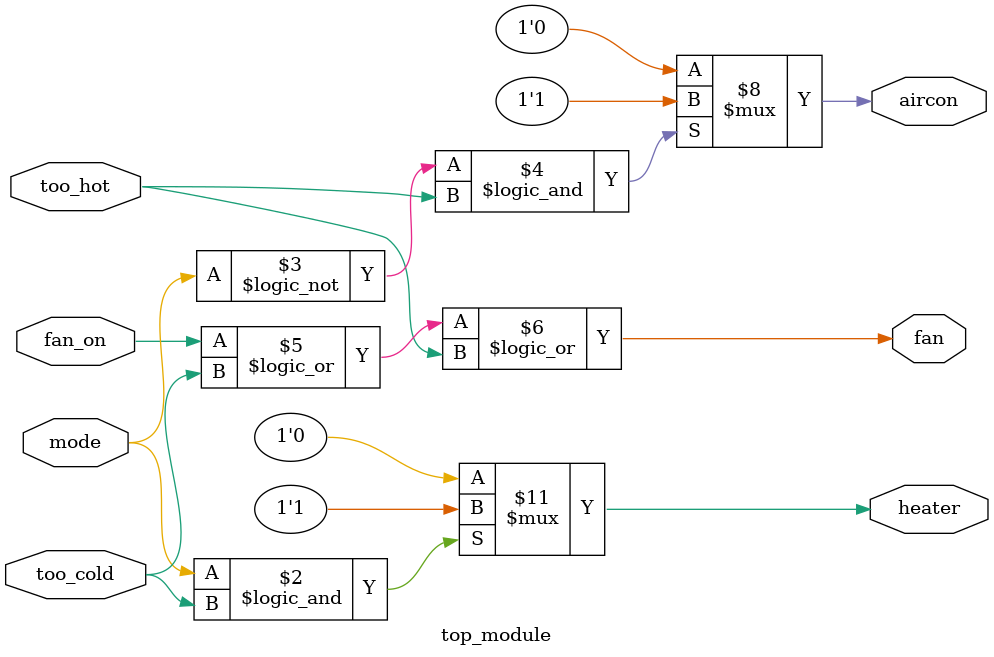
<source format=sv>
module top_module(
    input mode,
    input too_cold,
    input too_hot,
    input fan_on,
    output reg heater,
    output reg aircon,
    output reg fan
);

    always @(*) begin
        heater = 0;
        aircon = 0;

        if (mode && too_cold)
            heater = 1;

        if (!mode && too_hot)
            aircon = 1;
    end

    assign fan = fan_on || too_cold || too_hot; // Continuous assignment for 'fan' output

endmodule

</source>
